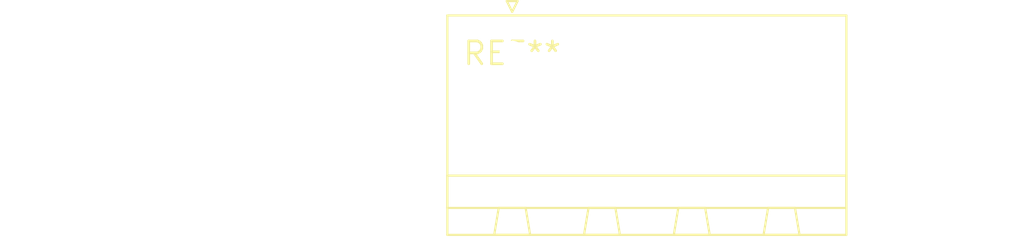
<source format=kicad_pcb>
(kicad_pcb (version 20240108) (generator pcbnew)
  (layers (0 "F.Cu" signal) (31 "B.Cu" signal) (34 "B.Paste" user) (35 "F.Paste" user) (36 "B.SilkS" user "B.Silkscreen") (37 "F.SilkS" user "F.Silkscreen") (38 "B.Mask" user) (39 "F.Mask" user) (44 "Edge.Cuts" user))
  (net 0 "")
  (footprint "PhoenixContact_MSTBA_2,5_4-G_1x04_P5.00mm_Horizontal" (layer "F.Cu") (at 0 0)
    (property "Reference" "REF**")
    (property "Value" "PhoenixContact_MSTBA_2,5_4-G_1x04_P5.00mm_Horizontal")
    (fp_line (start -3.61 -2.11) (end -3.61 10.11) (layer "F.SilkS") (stroke (width 0.12)))
    (fp_line (start -3.61 6.81) (end 18.61 6.81) (layer "F.SilkS") (stroke (width 0.12)))
    (fp_line (start -3.61 8.61) (end -3.61 6.81) (layer "F.SilkS") (stroke (width 0.12)))
    (fp_line (start -3.61 10.11) (end 18.61 10.11) (layer "F.SilkS") (stroke (width 0.12)))
    (fp_line (start -1 10.11) (end 1 10.11) (layer "F.SilkS") (stroke (width 0.12)))
    (fp_line (start -0.75 8.61) (end -1 10.11) (layer "F.SilkS") (stroke (width 0.12)))
    (fp_line (start -0.3 -2.91) (end 0.3 -2.91) (layer "F.SilkS") (stroke (width 0.12)))
    (fp_line (start 0 -2.31) (end -0.3 -2.91) (layer "F.SilkS") (stroke (width 0.12)))
    (fp_line (start 0.3 -2.91) (end 0 -2.31) (layer "F.SilkS") (stroke (width 0.12)))
    (fp_line (start 0.75 8.61) (end -0.75 8.61) (layer "F.SilkS") (stroke (width 0.12)))
    (fp_line (start 1 10.11) (end 0.75 8.61) (layer "F.SilkS") (stroke (width 0.12)))
    (fp_line (start 4 10.11) (end 6 10.11) (layer "F.SilkS") (stroke (width 0.12)))
    (fp_line (start 4.25 8.61) (end 4 10.11) (layer "F.SilkS") (stroke (width 0.12)))
    (fp_line (start 5.75 8.61) (end 4.25 8.61) (layer "F.SilkS") (stroke (width 0.12)))
    (fp_line (start 6 10.11) (end 5.75 8.61) (layer "F.SilkS") (stroke (width 0.12)))
    (fp_line (start 9 10.11) (end 11 10.11) (layer "F.SilkS") (stroke (width 0.12)))
    (fp_line (start 9.25 8.61) (end 9 10.11) (layer "F.SilkS") (stroke (width 0.12)))
    (fp_line (start 10.75 8.61) (end 9.25 8.61) (layer "F.SilkS") (stroke (width 0.12)))
    (fp_line (start 11 10.11) (end 10.75 8.61) (layer "F.SilkS") (stroke (width 0.12)))
    (fp_line (start 14 10.11) (end 16 10.11) (layer "F.SilkS") (stroke (width 0.12)))
    (fp_line (start 14.25 8.61) (end 14 10.11) (layer "F.SilkS") (stroke (width 0.12)))
    (fp_line (start 15.75 8.61) (end 14.25 8.61) (layer "F.SilkS") (stroke (width 0.12)))
    (fp_line (start 16 10.11) (end 15.75 8.61) (layer "F.SilkS") (stroke (width 0.12)))
    (fp_line (start 18.61 -2.11) (end -3.61 -2.11) (layer "F.SilkS") (stroke (width 0.12)))
    (fp_line (start 18.61 6.81) (end 18.61 8.61) (layer "F.SilkS") (stroke (width 0.12)))
    (fp_line (start 18.61 8.61) (end -3.61 8.61) (layer "F.SilkS") (stroke (width 0.12)))
    (fp_line (start 18.61 10.11) (end 18.61 -2.11) (layer "F.SilkS") (stroke (width 0.12)))
    (pad "1" thru_hole roundrect (at 0 0) (size 2 3.6) (drill 1.4) (layers *.Cu *.Mask) (remove_unused_layers) (roundrect_rratio 0.125))
    (pad "2" thru_hole oval (at 5 0) (size 2 3.6) (drill 1.4) (layers *.Cu *.Mask) (remove_unused_layers))
    (pad "3" thru_hole oval (at 10 0) (size 2 3.6) (drill 1.4) (layers *.Cu *.Mask) (remove_unused_layers))
    (pad "4" thru_hole oval (at 15 0) (size 2 3.6) (drill 1.4) (layers *.Cu *.Mask) (remove_unused_layers))
  )
)
</source>
